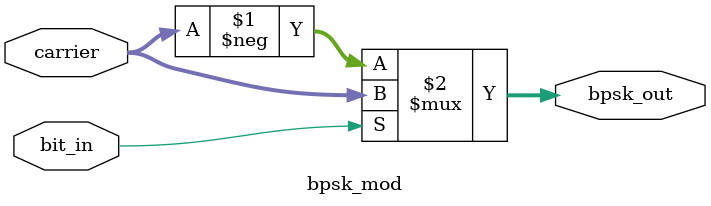
<source format=v>
module bpsk_mod (
    input  wire signed [15:0] carrier,
    input  wire bit_in,
    output wire signed [15:0] bpsk_out
);

assign bpsk_out = bit_in ? carrier : -carrier;

endmodule

</source>
